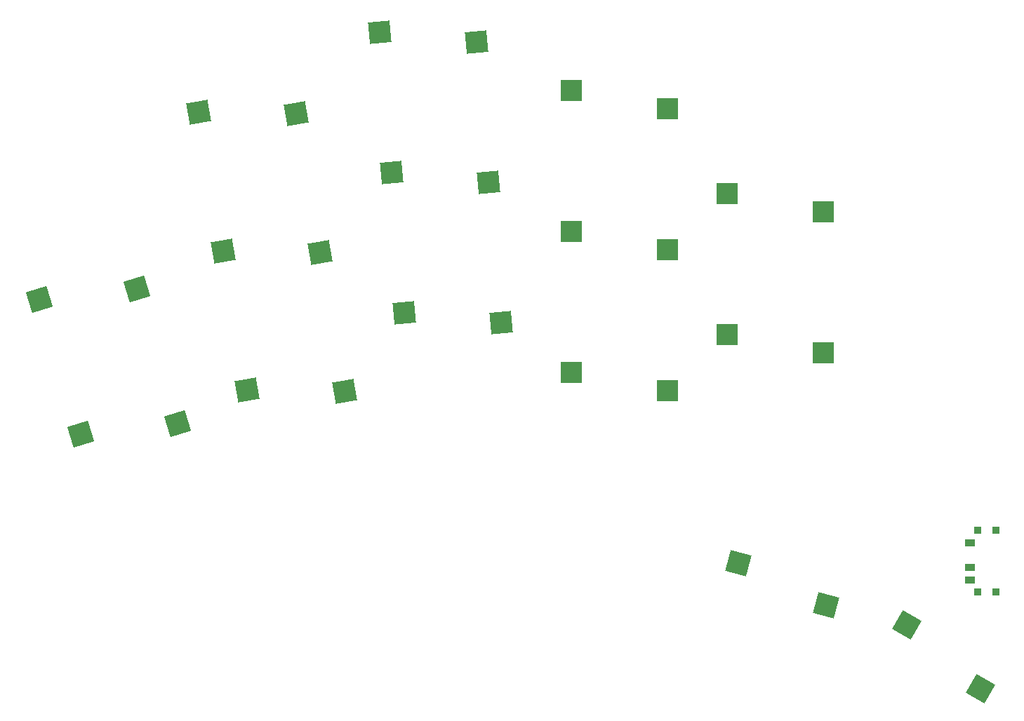
<source format=gbp>
%TF.GenerationSoftware,KiCad,Pcbnew,(6.0.4-0)*%
%TF.CreationDate,2022-05-13T08:52:56+02:00*%
%TF.ProjectId,battoota,62617474-6f6f-4746-912e-6b696361645f,v1.0.0*%
%TF.SameCoordinates,Original*%
%TF.FileFunction,Paste,Bot*%
%TF.FilePolarity,Positive*%
%FSLAX46Y46*%
G04 Gerber Fmt 4.6, Leading zero omitted, Abs format (unit mm)*
G04 Created by KiCad (PCBNEW (6.0.4-0)) date 2022-05-13 08:52:56*
%MOMM*%
%LPD*%
G01*
G04 APERTURE LIST*
G04 Aperture macros list*
%AMRotRect*
0 Rectangle, with rotation*
0 The origin of the aperture is its center*
0 $1 length*
0 $2 width*
0 $3 Rotation angle, in degrees counterclockwise*
0 Add horizontal line*
21,1,$1,$2,0,0,$3*%
G04 Aperture macros list end*
%ADD10RotRect,2.600000X2.600000X10.000000*%
%ADD11RotRect,2.600000X2.600000X5.000000*%
%ADD12R,2.600000X2.600000*%
%ADD13RotRect,2.600000X2.600000X330.000000*%
%ADD14R,0.900000X0.900000*%
%ADD15R,1.250000X0.900000*%
%ADD16RotRect,2.600000X2.600000X17.000000*%
%ADD17RotRect,2.600000X2.600000X345.000000*%
G04 APERTURE END LIST*
D10*
%TO.C,S11*%
X67128658Y110035975D03*
X78885213Y109875035D03*
%TD*%
D11*
%TO.C,S15*%
X90440529Y102756090D03*
X102138320Y101571111D03*
%TD*%
D12*
%TO.C,S21*%
X112136087Y95636017D03*
X123686087Y93436017D03*
%TD*%
%TO.C,S29*%
X130943280Y100228852D03*
X142493280Y98028852D03*
%TD*%
D13*
%TO.C,S33*%
X152567412Y48150564D03*
X161470005Y40470308D03*
%TD*%
D10*
%TO.C,S7*%
X73032696Y76552511D03*
X84789251Y76391571D03*
%TD*%
D14*
%TO.C,T2*%
X163342148Y52149495D03*
X163342148Y59549495D03*
X161142148Y52149495D03*
X161142148Y59549495D03*
D15*
X160167148Y58099495D03*
X160167148Y55099495D03*
X160167148Y53599495D03*
%TD*%
D16*
%TO.C,S5*%
X47970749Y87462459D03*
X59659287Y88735482D03*
%TD*%
D12*
%TO.C,S27*%
X130943280Y83228852D03*
X142493280Y81028852D03*
%TD*%
D10*
%TO.C,S9*%
X70080677Y93294243D03*
X81837232Y93133303D03*
%TD*%
D11*
%TO.C,S13*%
X91922177Y85820780D03*
X103619968Y84635801D03*
%TD*%
%TO.C,S17*%
X88958882Y119691400D03*
X100656673Y118506421D03*
%TD*%
D17*
%TO.C,S31*%
X132267612Y55633629D03*
X142854654Y50519232D03*
%TD*%
D16*
%TO.C,S3*%
X52941068Y71205278D03*
X64629606Y72478301D03*
%TD*%
D12*
%TO.C,S23*%
X112136087Y112636017D03*
X123686087Y110436017D03*
%TD*%
%TO.C,S19*%
X112136087Y78636017D03*
X123686087Y76436017D03*
%TD*%
M02*

</source>
